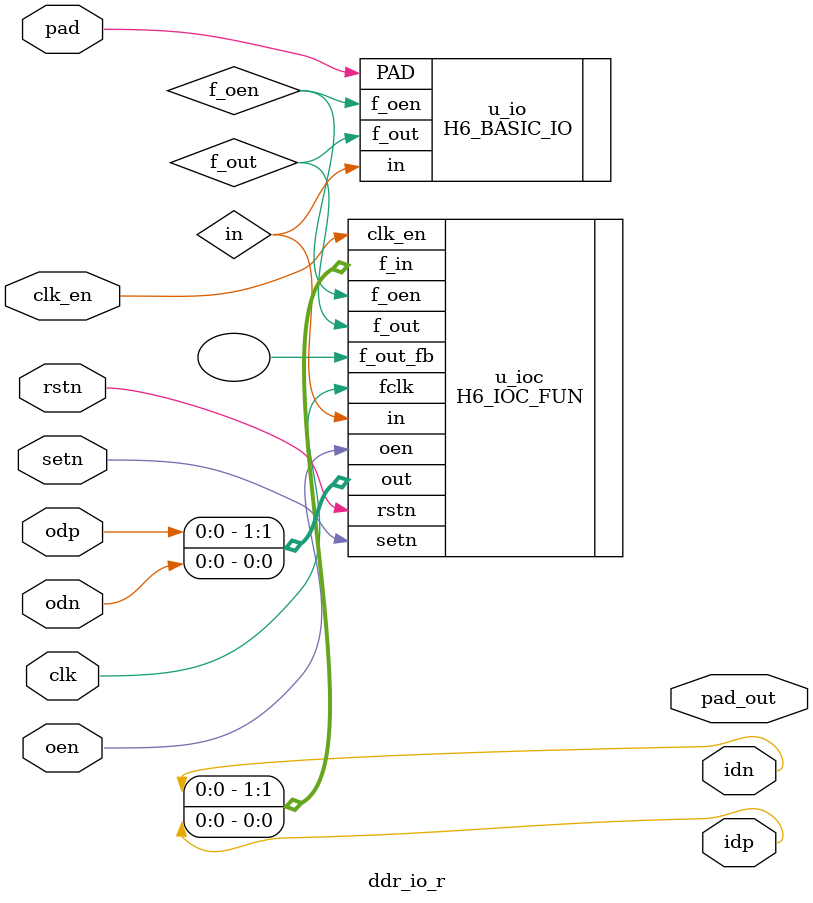
<source format=v>
module ddr_io_r(idp, 
	idn, 
	odp, 
	odn, 
	oen, 
	clk, 
	rstn, 
	setn, 
	clk_en, 
	pad_out,
	pad
);

input odp;
input odn;
input oen;
input clk;
input rstn;
input setn;
input clk_en;
output idp;
output idn;
output pad_out;
inout pad;

parameter oen_sel           = 2'b00;
parameter od_sel            = 2'b00;
parameter is_oen_reg        = 1'b0;
parameter is_clk_gate_en    = 1'b0;
parameter is_setn_inv       = 1'b0;
parameter is_setn_sync      = 1'b0;
parameter is_oen_setn_en    = 1'b0;
parameter is_od_setn_en     = 1'b0;
parameter is_id_setn_en     = 1'b0;
parameter is_rstn_inv       = 1'b0;
parameter is_rstn_sync      = 1'b0;
parameter is_oen_rstn_en    = 1'b0;
parameter is_od_rstn_en     = 1'b0;
parameter is_id_rstn_en     = 1'b0;


wire f_oen;
wire f_out;
wire in;

H6_IOC_FUN u_ioc (
    .clk_en    (clk_en),
    .fclk      (clk),
    .in        (in),
    .out        ({odp, odn}),
    .oen       (oen),
    .rstn      (rstn),
    .setn      (setn),

    .f_in      ({idn, idp}),
    .f_out     (f_out),
    .f_oen     (f_oen),
    .f_out_fb  ()
);

defparam u_ioc.cfg_nc             = 1'b0;
defparam u_ioc.cfg_ddr            = 1'b1;
defparam u_ioc.cfg_foen_sel       = is_oen_reg;
defparam u_ioc.cfg_fout_sel       = 1'b0;
defparam u_ioc.cfg_fin_sel        = 1'b0;
defparam u_ioc.cfg_fclk_inv       = 1'b1;
defparam u_ioc.cfg_fclk_gate_en   = is_clk_gate_en;
defparam u_ioc.cfg_setn_inv       = is_setn_inv;
defparam u_ioc.cfg_setn_sync      = is_setn_sync;
defparam u_ioc.cfg_oen_setn_en    = is_oen_setn_en;
defparam u_ioc.cfg_od_setn_en     = is_od_setn_en;
defparam u_ioc.cfg_id_setn_en     = is_id_setn_en;
defparam u_ioc.cfg_rstn_inv       = is_rstn_inv;
defparam u_ioc.cfg_rstn_sync      = is_rstn_sync;
defparam u_ioc.cfg_oen_rstn_en    = is_oen_rstn_en;
defparam u_ioc.cfg_od_rstn_en     = is_od_rstn_en;
defparam u_ioc.cfg_id_rstn_en     = is_id_rstn_en;

H6_BASIC_IO u_io (
    .f_out    (f_out),
    .f_oen   (f_oen),
    .in      (in),
    .PAD     (pad)
);

defparam u_io.cfg_out_sel         = od_sel;
defparam u_io.cfg_oen_sel         = oen_sel;

endmodule

</source>
